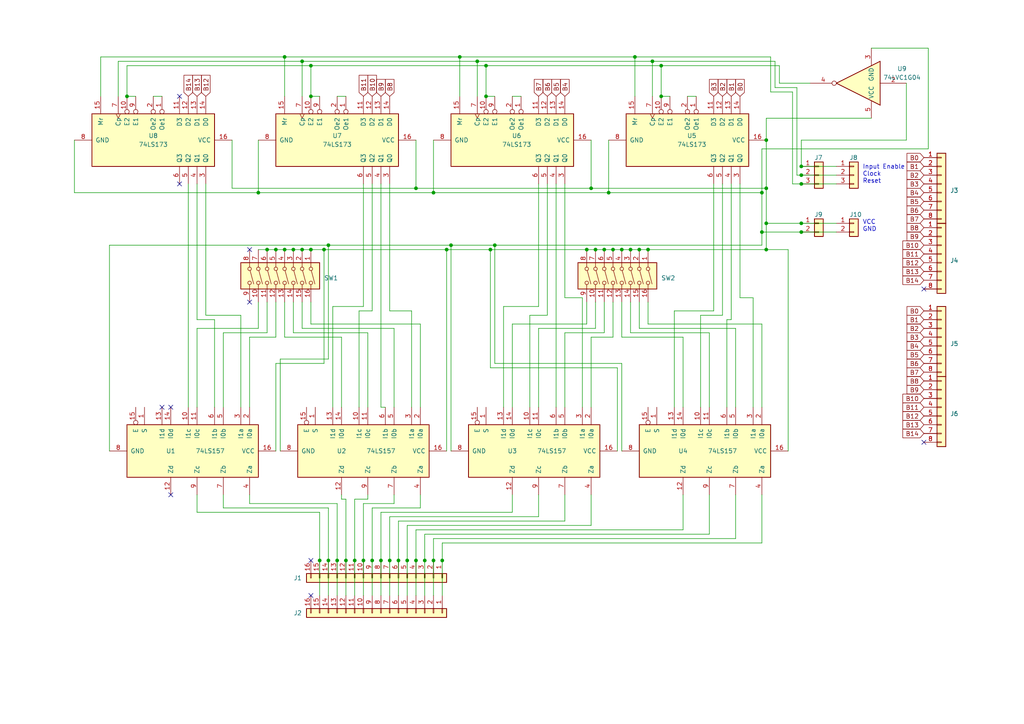
<source format=kicad_sch>
(kicad_sch (version 20230121) (generator eeschema)
  (paper "A4")
  (lib_symbols
    (symbol "74xGxx:74LVC1G04"
      (property "Reference" "U" (at 0 7.62 0))
      (property "Value" "74LVC1G04" (at 5.08 -7.62 0))
      (symbol "74LVC1G04_0_1"
        (polyline (pts (xy -7.62 6.35) (xy -7.62 -6.35) (xy 5.08 0) (xy -7.62 6.35)) (stroke (width 0.254)) (fill (type background)))
      )
      (symbol "74LVC1G04_1_1"
        (pin input line (at -15.24 0 0) (length 7.62) (name "~") (number "2"))
        (pin power_in line (at -5.08 -10.16 90) (length 5.08) (name "GND") (number "3"))
        (pin output inverted (at 12.7 0 180) (length 7.62) (name "~") (number "4"))
        (pin power_in line (at -5.08 10.16 270) (length 5.08) (name "VCC") (number "5"))
      )
    )
    (symbol "74xx:74LS157" (pin_names (offset 1.016))
      (property "Reference" "U" (at -7.62 19.05 0))
      (property "Value" "74LS157" (at -7.62 -21.59 0))
      (symbol "74LS157_1_0"
        (pin input line (at -12.7 -15.24 0) (length 5.08) (name "S") (number "1"))
        (pin input line (at -12.7 -2.54 0) (length 5.08) (name "I1c") (number "10"))
        (pin input line (at -12.7 0 0) (length 5.08) (name "I0c") (number "11"))
        (pin output line (at 12.7 -7.62 180) (length 5.08) (name "Zd") (number "12"))
        (pin input line (at -12.7 -10.16 0) (length 5.08) (name "I1d") (number "13"))
        (pin input line (at -12.7 -7.62 0) (length 5.08) (name "I0d") (number "14"))
        (pin input inverted (at -12.7 -17.78 0) (length 5.08) (name "E") (number "15"))
        (pin power_in line (at 0 22.86 270) (length 5.08) (name "VCC") (number "16"))
        (pin input line (at -12.7 15.24 0) (length 5.08) (name "I0a") (number "2"))
        (pin input line (at -12.7 12.7 0) (length 5.08) (name "I1a") (number "3"))
        (pin output line (at 12.7 15.24 180) (length 5.08) (name "Za") (number "4"))
        (pin input line (at -12.7 7.62 0) (length 5.08) (name "I0b") (number "5"))
        (pin input line (at -12.7 5.08 0) (length 5.08) (name "I1b") (number "6"))
        (pin output line (at 12.7 7.62 180) (length 5.08) (name "Zb") (number "7"))
        (pin power_in line (at 0 -25.4 90) (length 5.08) (name "GND") (number "8"))
        (pin output line (at 12.7 0 180) (length 5.08) (name "Zc") (number "9"))
      )
      (symbol "74LS157_1_1"
        (rectangle (start -7.62 17.78) (end 7.62 -20.32) (stroke (width 0.254)) (fill (type background)))
      )
    )
    (symbol "74xx:74LS173" (pin_names (offset 1.016))
      (property "Reference" "U" (at -7.62 19.05 0))
      (property "Value" "74LS173" (at -7.62 -19.05 0))
      (symbol "74LS173_1_0"
        (pin input inverted (at -12.7 2.54 0) (length 5.08) (name "Oe1") (number "1"))
        (pin input inverted (at -12.7 -7.62 0) (length 5.08) (name "E2") (number "10"))
        (pin input line (at -12.7 7.62 0) (length 5.08) (name "D3") (number "11"))
        (pin input line (at -12.7 10.16 0) (length 5.08) (name "D2") (number "12"))
        (pin input line (at -12.7 12.7 0) (length 5.08) (name "D1") (number "13"))
        (pin input line (at -12.7 15.24 0) (length 5.08) (name "D0") (number "14"))
        (pin input line (at -12.7 -15.24 0) (length 5.08) (name "Mr") (number "15"))
        (pin power_in line (at 0 22.86 270) (length 5.08) (name "VCC") (number "16"))
        (pin input inverted (at -12.7 0 0) (length 5.08) (name "Oe2") (number "2"))
        (pin tri_state line (at 12.7 15.24 180) (length 5.08) (name "Q0") (number "3"))
        (pin tri_state line (at 12.7 12.7 180) (length 5.08) (name "Q1") (number "4"))
        (pin tri_state line (at 12.7 10.16 180) (length 5.08) (name "Q2") (number "5"))
        (pin tri_state line (at 12.7 7.62 180) (length 5.08) (name "Q3") (number "6"))
        (pin input clock (at -12.7 -10.16 0) (length 5.08) (name "Cp") (number "7"))
        (pin power_in line (at 0 -22.86 90) (length 5.08) (name "GND") (number "8"))
        (pin input inverted (at -12.7 -5.08 0) (length 5.08) (name "E1") (number "9"))
      )
      (symbol "74LS173_1_1"
        (rectangle (start -7.62 17.78) (end 7.62 -17.78) (stroke (width 0.254)) (fill (type background)))
      )
    )
    (symbol "Connector_Generic:Conn_01x02" (pin_names (offset 1.016) hide)
      (property "Reference" "J" (at 0 2.54 0))
      (property "Value" "Conn_01x02" (at 0 -5.08 0))
      (symbol "Conn_01x02_1_1"
        (rectangle (start -1.27 -2.413) (end 0 -2.667) (stroke (width 0.1524)))
        (rectangle (start -1.27 0.127) (end 0 -0.127) (stroke (width 0.1524)))
        (rectangle (start -1.27 1.27) (end 1.27 -3.81) (stroke (width 0.254)) (fill (type background)))
        (pin passive line (at -5.08 0 0) (length 3.81) (name "Pin_1") (number "1"))
        (pin passive line (at -5.08 -2.54 0) (length 3.81) (name "Pin_2") (number "2"))
      )
    )
    (symbol "Connector_Generic:Conn_01x03" (pin_names (offset 1.016) hide)
      (property "Reference" "J" (at 0 5.08 0))
      (property "Value" "Conn_01x03" (at 0 -5.08 0))
      (symbol "Conn_01x03_1_1"
        (rectangle (start -1.27 -2.413) (end 0 -2.667) (stroke (width 0.1524)))
        (rectangle (start -1.27 0.127) (end 0 -0.127) (stroke (width 0.1524)))
        (rectangle (start -1.27 2.667) (end 0 2.413) (stroke (width 0.1524)))
        (rectangle (start -1.27 3.81) (end 1.27 -3.81) (stroke (width 0.254)) (fill (type background)))
        (pin passive line (at -5.08 2.54 0) (length 3.81) (name "Pin_1") (number "1"))
        (pin passive line (at -5.08 0 0) (length 3.81) (name "Pin_2") (number "2"))
        (pin passive line (at -5.08 -2.54 0) (length 3.81) (name "Pin_3") (number "3"))
      )
    )
    (symbol "Connector_Generic:Conn_01x08" (pin_names (offset 1.016) hide)
      (property "Reference" "J" (at 0 10.16 0))
      (property "Value" "Conn_01x08" (at 0 -12.7 0))
      (symbol "Conn_01x08_1_1"
        (rectangle (start -1.27 -10.033) (end 0 -10.287) (stroke (width 0.1524)))
        (rectangle (start -1.27 -7.493) (end 0 -7.747) (stroke (width 0.1524)))
        (rectangle (start -1.27 -4.953) (end 0 -5.207) (stroke (width 0.1524)))
        (rectangle (start -1.27 -2.413) (end 0 -2.667) (stroke (width 0.1524)))
        (rectangle (start -1.27 0.127) (end 0 -0.127) (stroke (width 0.1524)))
        (rectangle (start -1.27 2.667) (end 0 2.413) (stroke (width 0.1524)))
        (rectangle (start -1.27 5.207) (end 0 4.953) (stroke (width 0.1524)))
        (rectangle (start -1.27 7.747) (end 0 7.493) (stroke (width 0.1524)))
        (rectangle (start -1.27 8.89) (end 1.27 -11.43) (stroke (width 0.254)) (fill (type background)))
        (pin passive line (at -5.08 7.62 0) (length 3.81) (name "Pin_1") (number "1"))
        (pin passive line (at -5.08 5.08 0) (length 3.81) (name "Pin_2") (number "2"))
        (pin passive line (at -5.08 2.54 0) (length 3.81) (name "Pin_3") (number "3"))
        (pin passive line (at -5.08 0 0) (length 3.81) (name "Pin_4") (number "4"))
        (pin passive line (at -5.08 -2.54 0) (length 3.81) (name "Pin_5") (number "5"))
        (pin passive line (at -5.08 -5.08 0) (length 3.81) (name "Pin_6") (number "6"))
        (pin passive line (at -5.08 -7.62 0) (length 3.81) (name "Pin_7") (number "7"))
        (pin passive line (at -5.08 -10.16 0) (length 3.81) (name "Pin_8") (number "8"))
      )
    )
    (symbol "Connector_Generic:Conn_01x16" (pin_names (offset 1.016) hide)
      (property "Reference" "J" (at 0 20.32 0))
      (property "Value" "Conn_01x16" (at 0 -22.86 0))
      (symbol "Conn_01x16_1_1"
        (rectangle (start -1.27 -20.193) (end 0 -20.447) (stroke (width 0.1524)))
        (rectangle (start -1.27 -17.653) (end 0 -17.907) (stroke (width 0.1524)))
        (rectangle (start -1.27 -15.113) (end 0 -15.367) (stroke (width 0.1524)))
        (rectangle (start -1.27 -12.573) (end 0 -12.827) (stroke (width 0.1524)))
        (rectangle (start -1.27 -10.033) (end 0 -10.287) (stroke (width 0.1524)))
        (rectangle (start -1.27 -7.493) (end 0 -7.747) (stroke (width 0.1524)))
        (rectangle (start -1.27 -4.953) (end 0 -5.207) (stroke (width 0.1524)))
        (rectangle (start -1.27 -2.413) (end 0 -2.667) (stroke (width 0.1524)))
        (rectangle (start -1.27 0.127) (end 0 -0.127) (stroke (width 0.1524)))
        (rectangle (start -1.27 2.667) (end 0 2.413) (stroke (width 0.1524)))
        (rectangle (start -1.27 5.207) (end 0 4.953) (stroke (width 0.1524)))
        (rectangle (start -1.27 7.747) (end 0 7.493) (stroke (width 0.1524)))
        (rectangle (start -1.27 10.287) (end 0 10.033) (stroke (width 0.1524)))
        (rectangle (start -1.27 12.827) (end 0 12.573) (stroke (width 0.1524)))
        (rectangle (start -1.27 15.367) (end 0 15.113) (stroke (width 0.1524)))
        (rectangle (start -1.27 17.907) (end 0 17.653) (stroke (width 0.1524)))
        (rectangle (start -1.27 19.05) (end 1.27 -21.59) (stroke (width 0.254)) (fill (type background)))
        (pin passive line (at -5.08 17.78 0) (length 3.81) (name "Pin_1") (number "1"))
        (pin passive line (at -5.08 -5.08 0) (length 3.81) (name "Pin_10") (number "10"))
        (pin passive line (at -5.08 -7.62 0) (length 3.81) (name "Pin_11") (number "11"))
        (pin passive line (at -5.08 -10.16 0) (length 3.81) (name "Pin_12") (number "12"))
        (pin passive line (at -5.08 -12.7 0) (length 3.81) (name "Pin_13") (number "13"))
        (pin passive line (at -5.08 -15.24 0) (length 3.81) (name "Pin_14") (number "14"))
        (pin passive line (at -5.08 -17.78 0) (length 3.81) (name "Pin_15") (number "15"))
        (pin passive line (at -5.08 -20.32 0) (length 3.81) (name "Pin_16") (number "16"))
        (pin passive line (at -5.08 15.24 0) (length 3.81) (name "Pin_2") (number "2"))
        (pin passive line (at -5.08 12.7 0) (length 3.81) (name "Pin_3") (number "3"))
        (pin passive line (at -5.08 10.16 0) (length 3.81) (name "Pin_4") (number "4"))
        (pin passive line (at -5.08 7.62 0) (length 3.81) (name "Pin_5") (number "5"))
        (pin passive line (at -5.08 5.08 0) (length 3.81) (name "Pin_6") (number "6"))
        (pin passive line (at -5.08 2.54 0) (length 3.81) (name "Pin_7") (number "7"))
        (pin passive line (at -5.08 0 0) (length 3.81) (name "Pin_8") (number "8"))
        (pin passive line (at -5.08 -2.54 0) (length 3.81) (name "Pin_9") (number "9"))
      )
    )
    (symbol "Switch:SW_DIP_x08" (pin_names (offset 0) hide)
      (property "Reference" "SW" (at 0 13.97 0))
      (property "Value" "SW_DIP_x08" (at 0 -11.43 0))
      (symbol "SW_DIP_x08_0_0"
        (circle (center -2.032 -7.62) (radius 0.508))
        (circle (center -2.032 -5.08) (radius 0.508))
        (circle (center -2.032 -2.54) (radius 0.508))
        (circle (center -2.032 0) (radius 0.508))
        (circle (center -2.032 2.54) (radius 0.508))
        (circle (center -2.032 5.08) (radius 0.508))
        (circle (center -2.032 7.62) (radius 0.508))
        (circle (center -2.032 10.16) (radius 0.508))
        (polyline (pts (xy -1.524 -7.4676) (xy 2.3622 -6.4262)))
        (polyline (pts (xy -1.524 -4.9276) (xy 2.3622 -3.8862)))
        (polyline (pts (xy -1.524 -2.3876) (xy 2.3622 -1.3462)))
        (polyline (pts (xy -1.524 0.127) (xy 2.3622 1.1684)))
        (polyline (pts (xy -1.524 2.667) (xy 2.3622 3.7084)))
        (polyline (pts (xy -1.524 5.207) (xy 2.3622 6.2484)))
        (polyline (pts (xy -1.524 7.747) (xy 2.3622 8.7884)))
        (polyline (pts (xy -1.524 10.287) (xy 2.3622 11.3284)))
        (circle (center 2.032 -7.62) (radius 0.508))
        (circle (center 2.032 -5.08) (radius 0.508))
        (circle (center 2.032 -2.54) (radius 0.508))
        (circle (center 2.032 0) (radius 0.508))
        (circle (center 2.032 2.54) (radius 0.508))
        (circle (center 2.032 5.08) (radius 0.508))
        (circle (center 2.032 7.62) (radius 0.508))
        (circle (center 2.032 10.16) (radius 0.508))
      )
      (symbol "SW_DIP_x08_0_1"
        (rectangle (start -3.81 12.7) (end 3.81 -10.16) (stroke (width 0.254)) (fill (type background)))
      )
      (symbol "SW_DIP_x08_1_1"
        (pin passive line (at -7.62 10.16 0) (length 5.08) (name "~") (number "1"))
        (pin passive line (at 7.62 -5.08 180) (length 5.08) (name "~") (number "10"))
        (pin passive line (at 7.62 -2.54 180) (length 5.08) (name "~") (number "11"))
        (pin passive line (at 7.62 0 180) (length 5.08) (name "~") (number "12"))
        (pin passive line (at 7.62 2.54 180) (length 5.08) (name "~") (number "13"))
        (pin passive line (at 7.62 5.08 180) (length 5.08) (name "~") (number "14"))
        (pin passive line (at 7.62 7.62 180) (length 5.08) (name "~") (number "15"))
        (pin passive line (at 7.62 10.16 180) (length 5.08) (name "~") (number "16"))
        (pin passive line (at -7.62 7.62 0) (length 5.08) (name "~") (number "2"))
        (pin passive line (at -7.62 5.08 0) (length 5.08) (name "~") (number "3"))
        (pin passive line (at -7.62 2.54 0) (length 5.08) (name "~") (number "4"))
        (pin passive line (at -7.62 0 0) (length 5.08) (name "~") (number "5"))
        (pin passive line (at -7.62 -2.54 0) (length 5.08) (name "~") (number "6"))
        (pin passive line (at -7.62 -5.08 0) (length 5.08) (name "~") (number "7"))
        (pin passive line (at -7.62 -7.62 0) (length 5.08) (name "~") (number "8"))
        (pin passive line (at 7.62 -7.62 180) (length 5.08) (name "~") (number "9"))
      )
    )
  )
  (junction (at 95.25 71.12))
  (junction (at 140.97 19.05))
  (junction (at 184.15 16.51))
  (junction (at 220.98 67.31))
  (junction (at 170.18 72.39))
  (junction (at 102.87 162.56))
  (junction (at 90.17 27.94))
  (junction (at 90.17 72.39))
  (junction (at 140.97 27.94))
  (junction (at 175.26 72.39))
  (junction (at 90.17 19.05))
  (junction (at 222.25 72.39))
  (junction (at 123.19 162.56))
  (junction (at 80.01 72.39))
  (junction (at 232.41 64.77))
  (junction (at 87.63 17.78))
  (junction (at 191.77 27.94))
  (junction (at 85.09 72.39))
  (junction (at 77.47 72.39))
  (junction (at 222.25 64.77))
  (junction (at 138.43 17.78))
  (junction (at 120.65 54.61))
  (junction (at 176.53 55.88))
  (junction (at 110.49 162.56))
  (junction (at 74.93 55.88))
  (junction (at 93.98 72.39))
  (junction (at 171.45 54.61))
  (junction (at 232.41 53.34))
  (junction (at 113.03 162.56))
  (junction (at 133.35 16.51))
  (junction (at 100.33 162.56))
  (junction (at 36.83 27.94))
  (junction (at 177.8 72.39))
  (junction (at 232.41 67.31))
  (junction (at 107.95 162.56))
  (junction (at 120.65 162.56))
  (junction (at 87.63 72.39))
  (junction (at 95.25 162.56))
  (junction (at 92.71 162.56))
  (junction (at 222.25 40.64))
  (junction (at 125.73 55.88))
  (junction (at 105.41 162.56))
  (junction (at 189.23 17.78))
  (junction (at 220.98 55.88))
  (junction (at 129.54 72.39))
  (junction (at 232.41 50.8))
  (junction (at 232.41 48.26))
  (junction (at 185.42 72.39))
  (junction (at 172.72 72.39))
  (junction (at 115.57 162.56))
  (junction (at 97.79 162.56))
  (junction (at 191.77 19.05))
  (junction (at 187.96 72.39))
  (junction (at 180.34 72.39))
  (junction (at 82.55 16.51))
  (junction (at 142.24 72.39))
  (junction (at 130.81 71.12))
  (junction (at 125.73 162.56))
  (junction (at 182.88 72.39))
  (junction (at 222.25 54.61))
  (junction (at 118.11 162.56))
  (junction (at 128.27 162.56))
  (junction (at 143.51 71.12))
  (junction (at 82.55 72.39))
  (no_connect (at 52.07 53.34))
  (no_connect (at 90.17 162.56))
  (no_connect (at 49.53 143.51))
  (no_connect (at 72.39 87.63))
  (no_connect (at 267.97 128.27))
  (no_connect (at 72.39 72.39))
  (no_connect (at 46.99 118.11))
  (no_connect (at 267.97 83.82))
  (no_connect (at 90.17 172.72))
  (no_connect (at 52.07 27.94))
  (no_connect (at 49.53 118.11))
  (wire (pts (xy 140.97 27.94) (xy 140.97 19.05)))
  (wire (pts (xy 107.95 162.56) (xy 107.95 147.32)))
  (wire (pts (xy 198.12 153.67) (xy 120.65 153.67)))
  (wire (pts (xy 90.17 72.39) (xy 93.98 72.39)))
  (wire (pts (xy 213.36 156.21) (xy 125.73 156.21)))
  (wire (pts (xy 138.43 17.78) (xy 138.43 27.94)))
  (wire (pts (xy 269.24 13.97) (xy 269.24 43.18)))
  (wire (pts (xy 148.59 93.98) (xy 148.59 118.11)))
  (wire (pts (xy 214.63 86.36) (xy 218.44 86.36)))
  (wire (pts (xy 57.15 92.71) (xy 57.15 53.34)))
  (wire (pts (xy 59.69 53.34) (xy 59.69 91.44)))
  (wire (pts (xy 171.45 118.11) (xy 171.45 97.79)))
  (wire (pts (xy 125.73 55.88) (xy 176.53 55.88)))
  (wire (pts (xy 252.73 13.97) (xy 269.24 13.97)))
  (wire (pts (xy 34.29 17.78) (xy 87.63 17.78)))
  (wire (pts (xy 209.55 53.34) (xy 209.55 91.44)))
  (wire (pts (xy 171.45 40.64) (xy 171.45 54.61)))
  (wire (pts (xy 72.39 97.79) (xy 80.01 97.79)))
  (wire (pts (xy 184.15 16.51) (xy 184.15 27.94)))
  (wire (pts (xy 118.11 162.56) (xy 118.11 152.4)))
  (wire (pts (xy 114.3 118.11) (xy 114.3 95.25)))
  (wire (pts (xy 185.42 72.39) (xy 187.96 72.39)))
  (wire (pts (xy 187.96 93.98) (xy 187.96 87.63)))
  (wire (pts (xy 72.39 146.05) (xy 72.39 143.51)))
  (wire (pts (xy 222.25 54.61) (xy 222.25 64.77)))
  (wire (pts (xy 156.21 118.11) (xy 156.21 95.25)))
  (wire (pts (xy 67.31 54.61) (xy 120.65 54.61)))
  (wire (pts (xy 92.71 27.94) (xy 90.17 27.94)))
  (wire (pts (xy 81.28 130.81) (xy 81.28 104.14)))
  (wire (pts (xy 194.31 27.94) (xy 191.77 27.94)))
  (wire (pts (xy 220.98 43.18) (xy 220.98 55.88)))
  (wire (pts (xy 34.29 27.94) (xy 34.29 17.78)))
  (wire (pts (xy 106.68 96.52) (xy 85.09 96.52)))
  (wire (pts (xy 163.83 151.13) (xy 115.57 151.13)))
  (wire (pts (xy 29.21 16.51) (xy 82.55 16.51)))
  (wire (pts (xy 185.42 95.25) (xy 185.42 87.63)))
  (wire (pts (xy 171.45 97.79) (xy 177.8 97.79)))
  (wire (pts (xy 102.87 172.72) (xy 102.87 162.56)))
  (wire (pts (xy 97.79 172.72) (xy 97.79 162.56)))
  (wire (pts (xy 93.98 72.39) (xy 93.98 105.41)))
  (wire (pts (xy 213.36 95.25) (xy 185.42 95.25)))
  (wire (pts (xy 105.41 172.72) (xy 105.41 162.56)))
  (wire (pts (xy 232.41 67.31) (xy 242.57 67.31)))
  (wire (pts (xy 156.21 95.25) (xy 172.72 95.25)))
  (wire (pts (xy 191.77 19.05) (xy 140.97 19.05)))
  (wire (pts (xy 120.65 40.64) (xy 120.65 54.61)))
  (wire (pts (xy 212.09 53.34) (xy 212.09 92.71)))
  (wire (pts (xy 142.24 72.39) (xy 142.24 106.68)))
  (wire (pts (xy 156.21 88.9) (xy 156.21 53.34)))
  (wire (pts (xy 191.77 27.94) (xy 191.77 19.05)))
  (wire (pts (xy 142.24 72.39) (xy 170.18 72.39)))
  (wire (pts (xy 175.26 96.52) (xy 175.26 87.63)))
  (wire (pts (xy 232.41 53.34) (xy 242.57 53.34)))
  (wire (pts (xy 64.77 147.32) (xy 64.77 143.51)))
  (wire (pts (xy 205.74 154.94) (xy 205.74 143.51)))
  (wire (pts (xy 179.07 106.68) (xy 142.24 106.68)))
  (wire (pts (xy 120.65 162.56) (xy 120.65 172.72)))
  (wire (pts (xy 172.72 72.39) (xy 175.26 72.39)))
  (wire (pts (xy 229.87 26.67) (xy 229.87 53.34)))
  (wire (pts (xy 176.53 40.64) (xy 176.53 55.88)))
  (wire (pts (xy 93.98 72.39) (xy 129.54 72.39)))
  (wire (pts (xy 92.71 162.56) (xy 92.71 148.59)))
  (wire (pts (xy 110.49 162.56) (xy 110.49 172.72)))
  (wire (pts (xy 85.09 96.52) (xy 85.09 87.63)))
  (wire (pts (xy 90.17 93.98) (xy 90.17 87.63)))
  (wire (pts (xy 220.98 157.48) (xy 220.98 143.51)))
  (wire (pts (xy 114.3 95.25) (xy 87.63 95.25)))
  (wire (pts (xy 95.25 172.72) (xy 95.25 162.56)))
  (wire (pts (xy 148.59 27.94) (xy 151.13 27.94)))
  (wire (pts (xy 95.25 71.12) (xy 130.81 71.12)))
  (wire (pts (xy 115.57 151.13) (xy 115.57 162.56)))
  (wire (pts (xy 92.71 148.59) (xy 57.15 148.59)))
  (wire (pts (xy 97.79 27.94) (xy 100.33 27.94)))
  (wire (pts (xy 153.67 91.44) (xy 153.67 118.11)))
  (wire (pts (xy 220.98 71.12) (xy 220.98 67.31)))
  (wire (pts (xy 74.93 55.88) (xy 125.73 55.88)))
  (wire (pts (xy 148.59 148.59) (xy 110.49 148.59)))
  (wire (pts (xy 146.05 88.9) (xy 156.21 88.9)))
  (wire (pts (xy 100.33 144.78) (xy 99.06 144.78)))
  (wire (pts (xy 87.63 17.78) (xy 138.43 17.78)))
  (wire (pts (xy 180.34 72.39) (xy 182.88 72.39)))
  (wire (pts (xy 82.55 16.51) (xy 82.55 27.94)))
  (wire (pts (xy 161.29 53.34) (xy 161.29 118.11)))
  (wire (pts (xy 119.38 118.11) (xy 119.38 90.17)))
  (wire (pts (xy 44.45 27.94) (xy 46.99 27.94)))
  (wire (pts (xy 180.34 97.79) (xy 180.34 87.63)))
  (wire (pts (xy 107.95 147.32) (xy 121.92 147.32)))
  (wire (pts (xy 222.25 64.77) (xy 232.41 64.77)))
  (wire (pts (xy 57.15 118.11) (xy 57.15 95.25)))
  (wire (pts (xy 214.63 53.34) (xy 214.63 86.36)))
  (wire (pts (xy 128.27 172.72) (xy 128.27 162.56)))
  (wire (pts (xy 114.3 146.05) (xy 114.3 143.51)))
  (wire (pts (xy 223.52 16.51) (xy 223.52 26.67)))
  (wire (pts (xy 231.14 50.8) (xy 232.41 50.8)))
  (wire (pts (xy 123.19 154.94) (xy 205.74 154.94)))
  (wire (pts (xy 107.95 162.56) (xy 107.95 172.72)))
  (wire (pts (xy 182.88 72.39) (xy 185.42 72.39)))
  (wire (pts (xy 105.41 162.56) (xy 105.41 146.05)))
  (wire (pts (xy 120.65 153.67) (xy 120.65 162.56)))
  (wire (pts (xy 222.25 34.29) (xy 222.25 40.64)))
  (wire (pts (xy 64.77 118.11) (xy 64.77 96.52)))
  (wire (pts (xy 213.36 118.11) (xy 213.36 95.25)))
  (wire (pts (xy 85.09 72.39) (xy 87.63 72.39)))
  (wire (pts (xy 67.31 40.64) (xy 67.31 54.61)))
  (wire (pts (xy 96.52 88.9) (xy 105.41 88.9)))
  (wire (pts (xy 210.82 92.71) (xy 210.82 118.11)))
  (wire (pts (xy 105.41 146.05) (xy 114.3 146.05)))
  (wire (pts (xy 172.72 95.25) (xy 172.72 87.63)))
  (wire (pts (xy 81.28 104.14) (xy 95.25 104.14)))
  (wire (pts (xy 224.79 17.78) (xy 224.79 25.4)))
  (wire (pts (xy 205.74 96.52) (xy 182.88 96.52)))
  (wire (pts (xy 222.25 72.39) (xy 222.25 64.77)))
  (wire (pts (xy 121.92 118.11) (xy 121.92 93.98)))
  (wire (pts (xy 232.41 48.26) (xy 242.57 48.26)))
  (wire (pts (xy 177.8 72.39) (xy 180.34 72.39)))
  (wire (pts (xy 228.6 130.81) (xy 228.6 72.39)))
  (wire (pts (xy 146.05 118.11) (xy 146.05 88.9)))
  (wire (pts (xy 90.17 27.94) (xy 90.17 19.05)))
  (wire (pts (xy 128.27 157.48) (xy 220.98 157.48)))
  (wire (pts (xy 232.41 40.64) (xy 232.41 48.26)))
  (wire (pts (xy 262.89 40.64) (xy 232.41 40.64)))
  (wire (pts (xy 213.36 143.51) (xy 213.36 156.21)))
  (wire (pts (xy 163.83 118.11) (xy 163.83 96.52)))
  (wire (pts (xy 163.83 96.52) (xy 175.26 96.52)))
  (wire (pts (xy 99.06 118.11) (xy 99.06 97.79)))
  (wire (pts (xy 110.49 148.59) (xy 110.49 162.56)))
  (wire (pts (xy 99.06 144.78) (xy 99.06 143.51)))
  (wire (pts (xy 90.17 19.05) (xy 36.83 19.05)))
  (wire (pts (xy 87.63 95.25) (xy 87.63 87.63)))
  (wire (pts (xy 80.01 130.81) (xy 80.01 105.41)))
  (wire (pts (xy 148.59 93.98) (xy 170.18 93.98)))
  (wire (pts (xy 62.23 92.71) (xy 57.15 92.71)))
  (wire (pts (xy 54.61 53.34) (xy 54.61 118.11)))
  (wire (pts (xy 232.41 64.77) (xy 242.57 64.77)))
  (wire (pts (xy 176.53 55.88) (xy 220.98 55.88)))
  (wire (pts (xy 62.23 118.11) (xy 62.23 92.71)))
  (wire (pts (xy 163.83 86.36) (xy 163.83 53.34)))
  (wire (pts (xy 223.52 26.67) (xy 229.87 26.67)))
  (wire (pts (xy 57.15 148.59) (xy 57.15 143.51)))
  (wire (pts (xy 187.96 72.39) (xy 222.25 72.39)))
  (wire (pts (xy 74.93 40.64) (xy 74.93 55.88)))
  (wire (pts (xy 170.18 72.39) (xy 172.72 72.39)))
  (wire (pts (xy 82.55 72.39) (xy 85.09 72.39)))
  (wire (pts (xy 189.23 17.78) (xy 224.79 17.78)))
  (wire (pts (xy 170.18 87.63) (xy 170.18 93.98)))
  (wire (pts (xy 143.51 27.94) (xy 140.97 27.94)))
  (wire (pts (xy 96.52 118.11) (xy 96.52 88.9)))
  (wire (pts (xy 36.83 27.94) (xy 39.37 27.94)))
  (wire (pts (xy 110.49 53.34) (xy 110.49 118.11)))
  (wire (pts (xy 72.39 118.11) (xy 72.39 97.79)))
  (wire (pts (xy 226.06 24.13) (xy 234.95 24.13)))
  (wire (pts (xy 74.93 87.63) (xy 74.93 95.25)))
  (wire (pts (xy 130.81 71.12) (xy 130.81 130.81)))
  (wire (pts (xy 199.39 27.94) (xy 201.93 27.94)))
  (wire (pts (xy 220.98 43.18) (xy 269.24 43.18)))
  (wire (pts (xy 207.01 90.17) (xy 207.01 53.34)))
  (wire (pts (xy 80.01 72.39) (xy 82.55 72.39)))
  (wire (pts (xy 184.15 16.51) (xy 223.52 16.51)))
  (wire (pts (xy 80.01 97.79) (xy 80.01 87.63)))
  (wire (pts (xy 118.11 152.4) (xy 171.45 152.4)))
  (wire (pts (xy 143.51 105.41) (xy 143.51 71.12)))
  (wire (pts (xy 220.98 93.98) (xy 187.96 93.98)))
  (wire (pts (xy 100.33 172.72) (xy 100.33 162.56)))
  (wire (pts (xy 125.73 156.21) (xy 125.73 162.56)))
  (wire (pts (xy 104.14 118.11) (xy 104.14 90.17)))
  (wire (pts (xy 231.14 25.4) (xy 231.14 50.8)))
  (wire (pts (xy 123.19 172.72) (xy 123.19 162.56)))
  (wire (pts (xy 95.25 147.32) (xy 64.77 147.32)))
  (wire (pts (xy 224.79 25.4) (xy 231.14 25.4)))
  (wire (pts (xy 31.75 130.81) (xy 31.75 71.12)))
  (wire (pts (xy 212.09 92.71) (xy 210.82 92.71)))
  (wire (pts (xy 133.35 16.51) (xy 184.15 16.51)))
  (wire (pts (xy 36.83 19.05) (xy 36.83 27.94)))
  (wire (pts (xy 74.93 72.39) (xy 77.47 72.39)))
  (wire (pts (xy 220.98 118.11) (xy 220.98 93.98)))
  (wire (pts (xy 175.26 72.39) (xy 177.8 72.39)))
  (wire (pts (xy 262.89 24.13) (xy 262.89 40.64)))
  (wire (pts (xy 113.03 53.34) (xy 113.03 90.17)))
  (wire (pts (xy 180.34 130.81) (xy 180.34 105.41)))
  (wire (pts (xy 113.03 172.72) (xy 113.03 162.56)))
  (wire (pts (xy 77.47 96.52) (xy 77.47 87.63)))
  (wire (pts (xy 92.71 172.72) (xy 92.71 162.56)))
  (wire (pts (xy 138.43 17.78) (xy 189.23 17.78)))
  (wire (pts (xy 97.79 162.56) (xy 97.79 146.05)))
  (wire (pts (xy 107.95 90.17) (xy 107.95 53.34)))
  (wire (pts (xy 110.49 118.11) (xy 111.76 118.11)))
  (wire (pts (xy 252.73 34.29) (xy 222.25 34.29)))
  (wire (pts (xy 95.25 104.14) (xy 95.25 71.12)))
  (wire (pts (xy 209.55 91.44) (xy 203.2 91.44)))
  (wire (pts (xy 82.55 16.51) (xy 133.35 16.51)))
  (wire (pts (xy 129.54 72.39) (xy 129.54 130.81)))
  (wire (pts (xy 125.73 162.56) (xy 125.73 172.72)))
  (wire (pts (xy 102.87 144.78) (xy 106.68 144.78)))
  (wire (pts (xy 143.51 71.12) (xy 220.98 71.12)))
  (wire (pts (xy 195.58 118.11) (xy 195.58 90.17)))
  (wire (pts (xy 171.45 54.61) (xy 222.25 54.61)))
  (wire (pts (xy 64.77 96.52) (xy 77.47 96.52)))
  (wire (pts (xy 203.2 91.44) (xy 203.2 118.11)))
  (wire (pts (xy 205.74 118.11) (xy 205.74 96.52)))
  (wire (pts (xy 106.68 144.78) (xy 106.68 143.51)))
  (wire (pts (xy 29.21 27.94) (xy 29.21 16.51)))
  (wire (pts (xy 125.73 40.64) (xy 125.73 55.88)))
  (wire (pts (xy 229.87 53.34) (xy 232.41 53.34)))
  (wire (pts (xy 105.41 88.9) (xy 105.41 53.34)))
  (wire (pts (xy 189.23 17.78) (xy 189.23 27.94)))
  (wire (pts (xy 102.87 162.56) (xy 102.87 144.78)))
  (wire (pts (xy 87.63 72.39) (xy 90.17 72.39)))
  (wire (pts (xy 82.55 97.79) (xy 82.55 87.63)))
  (wire (pts (xy 95.25 162.56) (xy 95.25 147.32)))
  (wire (pts (xy 59.69 91.44) (xy 69.85 91.44)))
  (wire (pts (xy 195.58 90.17) (xy 207.01 90.17)))
  (wire (pts (xy 118.11 162.56) (xy 118.11 172.72)))
  (wire (pts (xy 119.38 90.17) (xy 113.03 90.17)))
  (wire (pts (xy 180.34 105.41) (xy 143.51 105.41)))
  (wire (pts (xy 99.06 97.79) (xy 82.55 97.79)))
  (wire (pts (xy 171.45 152.4) (xy 171.45 143.51)))
  (wire (pts (xy 123.19 162.56) (xy 123.19 154.94)))
  (wire (pts (xy 100.33 162.56) (xy 100.33 144.78)))
  (wire (pts (xy 220.98 55.88) (xy 220.98 67.31)))
  (wire (pts (xy 97.79 146.05) (xy 72.39 146.05)))
  (wire (pts (xy 148.59 143.51) (xy 148.59 148.59)))
  (wire (pts (xy 133.35 16.51) (xy 133.35 27.94)))
  (wire (pts (xy 177.8 97.79) (xy 177.8 87.63)))
  (wire (pts (xy 198.12 118.11) (xy 198.12 97.79)))
  (wire (pts (xy 69.85 91.44) (xy 69.85 118.11)))
  (wire (pts (xy 104.14 90.17) (xy 107.95 90.17)))
  (wire (pts (xy 168.91 86.36) (xy 163.83 86.36)))
  (wire (pts (xy 128.27 162.56) (xy 128.27 157.48)))
  (wire (pts (xy 232.41 50.8) (xy 242.57 50.8)))
  (wire (pts (xy 120.65 54.61) (xy 171.45 54.61)))
  (wire (pts (xy 228.6 72.39) (xy 222.25 72.39)))
  (wire (pts (xy 158.75 91.44) (xy 153.67 91.44)))
  (wire (pts (xy 226.06 19.05) (xy 191.77 19.05)))
  (wire (pts (xy 182.88 96.52) (xy 182.88 87.63)))
  (wire (pts (xy 106.68 118.11) (xy 106.68 96.52)))
  (wire (pts (xy 158.75 53.34) (xy 158.75 91.44)))
  (wire (pts (xy 113.03 149.86) (xy 156.21 149.86)))
  (wire (pts (xy 130.81 71.12) (xy 143.51 71.12)))
  (wire (pts (xy 218.44 86.36) (xy 218.44 118.11)))
  (wire (pts (xy 226.06 24.13) (xy 226.06 19.05)))
  (wire (pts (xy 21.59 40.64) (xy 21.59 55.88)))
  (wire (pts (xy 87.63 17.78) (xy 87.63 27.94)))
  (wire (pts (xy 121.92 147.32) (xy 121.92 143.51)))
  (wire (pts (xy 140.97 19.05) (xy 90.17 19.05)))
  (wire (pts (xy 220.98 67.31) (xy 232.41 67.31)))
  (wire (pts (xy 115.57 162.56) (xy 115.57 172.72)))
  (wire (pts (xy 121.92 93.98) (xy 90.17 93.98)))
  (wire (pts (xy 198.12 97.79) (xy 180.34 97.79)))
  (wire (pts (xy 80.01 105.41) (xy 93.98 105.41)))
  (wire (pts (xy 156.21 149.86) (xy 156.21 143.51)))
  (wire (pts (xy 163.83 143.51) (xy 163.83 151.13)))
  (wire (pts (xy 129.54 72.39) (xy 142.24 72.39)))
  (wire (pts (xy 222.25 40.64) (xy 222.25 54.61)))
  (wire (pts (xy 57.15 95.25) (xy 74.93 95.25)))
  (wire (pts (xy 179.07 130.81) (xy 179.07 106.68)))
  (wire (pts (xy 31.75 71.12) (xy 95.25 71.12)))
  (wire (pts (xy 198.12 143.51) (xy 198.12 153.67)))
  (wire (pts (xy 21.59 55.88) (xy 74.93 55.88)))
  (wire (pts (xy 113.03 162.56) (xy 113.03 149.86)))
  (wire (pts (xy 168.91 118.11) (xy 168.91 86.36)))
  (wire (pts (xy 77.47 72.39) (xy 80.01 72.39)))
  (text "VCC\nGND" (at 250.19 67.31 0) (effects (font (size 1.27 1.27)) (justify left bottom)))
  (text "Input Enable\nClock\nReset" (at 250.19 53.34 0) (effects (font (size 1.27 1.27)) (justify left bottom)))
  (global_label "B0" (shape input) (at 214.63 27.94 90) (property "Intersheetrefs" "${INTERSHEET_REFS}" (effects hide)))
  (global_label "B6" (shape input) (at 267.97 60.96 180) (property "Intersheetrefs" "${INTERSHEET_REFS}" (effects hide)))
  (global_label "B11" (shape input) (at 267.97 73.66 180) (property "Intersheetrefs" "${INTERSHEET_REFS}" (effects hide)))
  (global_label "B9" (shape input) (at 267.97 68.58 180) (property "Intersheetrefs" "${INTERSHEET_REFS}" (effects hide)))
  (global_label "B6" (shape input) (at 158.75 27.94 90) (property "Intersheetrefs" "${INTERSHEET_REFS}" (effects hide)))
  (global_label "B8" (shape input) (at 113.03 27.94 90) (property "Intersheetrefs" "${INTERSHEET_REFS}" (effects hide)))
  (global_label "B2" (shape input) (at 267.97 50.8 180) (property "Intersheetrefs" "${INTERSHEET_REFS}" (effects hide)))
  (global_label "B10" (shape input) (at 107.95 27.94 90) (property "Intersheetrefs" "${INTERSHEET_REFS}" (effects hide)))
  (global_label "B13" (shape input) (at 267.97 123.19 180) (property "Intersheetrefs" "${INTERSHEET_REFS}" (effects hide)))
  (global_label "B12" (shape input) (at 267.97 120.65 180) (property "Intersheetrefs" "${INTERSHEET_REFS}" (effects hide)))
  (global_label "B13" (shape input) (at 57.15 27.94 90) (property "Intersheetrefs" "${INTERSHEET_REFS}" (effects hide)))
  (global_label "B7" (shape input) (at 267.97 63.5 180) (property "Intersheetrefs" "${INTERSHEET_REFS}" (effects hide)))
  (global_label "B3" (shape input) (at 267.97 97.79 180) (property "Intersheetrefs" "${INTERSHEET_REFS}" (effects hide)))
  (global_label "B12" (shape input) (at 267.97 76.2 180) (property "Intersheetrefs" "${INTERSHEET_REFS}" (effects hide)))
  (global_label "B13" (shape input) (at 267.97 78.74 180) (property "Intersheetrefs" "${INTERSHEET_REFS}" (effects hide)))
  (global_label "B4" (shape input) (at 267.97 100.33 180) (property "Intersheetrefs" "${INTERSHEET_REFS}" (effects hide)))
  (global_label "B14" (shape input) (at 54.61 27.94 90) (property "Intersheetrefs" "${INTERSHEET_REFS}" (effects hide)))
  (global_label "B0" (shape input) (at 267.97 90.17 180) (property "Intersheetrefs" "${INTERSHEET_REFS}" (effects hide)))
  (global_label "B8" (shape input) (at 267.97 110.49 180) (property "Intersheetrefs" "${INTERSHEET_REFS}" (effects hide)))
  (global_label "B4" (shape input) (at 267.97 55.88 180) (property "Intersheetrefs" "${INTERSHEET_REFS}" (effects hide)))
  (global_label "B10" (shape input) (at 267.97 115.57 180) (property "Intersheetrefs" "${INTERSHEET_REFS}" (effects hide)))
  (global_label "B2" (shape input) (at 267.97 95.25 180) (property "Intersheetrefs" "${INTERSHEET_REFS}" (effects hide)))
  (global_label "B14" (shape input) (at 267.97 81.28 180) (property "Intersheetrefs" "${INTERSHEET_REFS}" (effects hide)))
  (global_label "B11" (shape input) (at 267.97 118.11 180) (property "Intersheetrefs" "${INTERSHEET_REFS}" (effects hide)))
  (global_label "B12" (shape input) (at 59.69 27.94 90) (property "Intersheetrefs" "${INTERSHEET_REFS}" (effects hide)))
  (global_label "B3" (shape input) (at 207.01 27.94 90) (property "Intersheetrefs" "${INTERSHEET_REFS}" (effects hide)))
  (global_label "B9" (shape input) (at 110.49 27.94 90) (property "Intersheetrefs" "${INTERSHEET_REFS}" (effects hide)))
  (global_label "B10" (shape input) (at 267.97 71.12 180) (property "Intersheetrefs" "${INTERSHEET_REFS}" (effects hide)))
  (global_label "B5" (shape input) (at 267.97 102.87 180) (property "Intersheetrefs" "${INTERSHEET_REFS}" (effects hide)))
  (global_label "B1" (shape input) (at 267.97 92.71 180) (property "Intersheetrefs" "${INTERSHEET_REFS}" (effects hide)))
  (global_label "B0" (shape input) (at 267.97 45.72 180) (property "Intersheetrefs" "${INTERSHEET_REFS}" (effects hide)))
  (global_label "B9" (shape input) (at 267.97 113.03 180) (property "Intersheetrefs" "${INTERSHEET_REFS}" (effects hide)))
  (global_label "B3" (shape input) (at 267.97 53.34 180) (property "Intersheetrefs" "${INTERSHEET_REFS}" (effects hide)))
  (global_label "B11" (shape input) (at 105.41 27.94 90) (property "Intersheetrefs" "${INTERSHEET_REFS}" (effects hide)))
  (global_label "B7" (shape input) (at 267.97 107.95 180) (property "Intersheetrefs" "${INTERSHEET_REFS}" (effects hide)))
  (global_label "B4" (shape input) (at 163.83 27.94 90) (property "Intersheetrefs" "${INTERSHEET_REFS}" (effects hide)))
  (global_label "B6" (shape input) (at 267.97 105.41 180) (property "Intersheetrefs" "${INTERSHEET_REFS}" (effects hide)))
  (global_label "B2" (shape input) (at 209.55 27.94 90) (property "Intersheetrefs" "${INTERSHEET_REFS}" (effects hide)))
  (global_label "B5" (shape input) (at 161.29 27.94 90) (property "Intersheetrefs" "${INTERSHEET_REFS}" (effects hide)))
  (global_label "B14" (shape input) (at 267.97 125.73 180) (property "Intersheetrefs" "${INTERSHEET_REFS}" (effects hide)))
  (global_label "B5" (shape input) (at 267.97 58.42 180) (property "Intersheetrefs" "${INTERSHEET_REFS}" (effects hide)))
  (global_label "B1" (shape input) (at 212.09 27.94 90) (property "Intersheetrefs" "${INTERSHEET_REFS}" (effects hide)))
  (global_label "B7" (shape input) (at 156.21 27.94 90) (property "Intersheetrefs" "${INTERSHEET_REFS}" (effects hide)))
  (global_label "B8" (shape input) (at 267.97 66.04 180) (property "Intersheetrefs" "${INTERSHEET_REFS}" (effects hide)))
  (global_label "B1" (shape input) (at 267.97 48.26 180) (property "Intersheetrefs" "${INTERSHEET_REFS}" (effects hide)))
  (symbol (lib_id "Connector_Generic:Conn_01x08") (at 273.05 118.11 0) (unit 1)
    (property "Reference" "J6" (at 275.59 120.015 0) (effects (justify left)))
    (property "Value" "Conn_01x08" (effects hide))
  )
  (symbol (lib_id "74xx:74LS173") (at 44.45 40.64 270) (unit 1)
    (property "Reference" "U8" (at 44.45 39.37 90))
    (property "Value" "74LS173" (at 44.45 41.91 90))
    (property "Datasheet" "http://www.ti.com/lit/gpn/sn74LS173" (effects hide))
  )
  (symbol (lib_id "Connector_Generic:Conn_01x08") (at 273.05 73.66 0) (unit 1)
    (property "Reference" "J4" (at 275.59 75.565 0) (effects (justify left)))
    (property "Value" "Conn_01x08" (effects hide))
  )
  (symbol (lib_id "74xx:74LS157") (at 106.68 130.81 270) (unit 1)
    (property "Reference" "U2" (at 99.06 130.81 90))
    (property "Value" "74LS157" (at 110.49 130.81 90))
    (property "Datasheet" "http://www.ti.com/lit/gpn/sn74LS157" (effects hide))
  )
  (symbol (lib_id "Connector_Generic:Conn_01x03") (at 247.65 50.8 0) (unit 1)
    (property "Reference" "J8" (at 246.38 45.72 0) (effects (justify left)))
    (property "Value" "Conn_01x03" (effects hide))
  )
  (symbol (lib_id "Switch:SW_DIP_x08") (at 177.8 80.01 270) (unit 1)
    (property "Reference" "SW2" (at 191.77 80.645 90) (effects (justify left)))
    (property "Value" "SW_DIP_x08" (effects hide))
  )
  (symbol (lib_id "74xx:74LS157") (at 156.21 130.81 270) (unit 1)
    (property "Reference" "U3" (at 148.59 130.81 90))
    (property "Value" "74LS157" (at 160.02 130.81 90))
    (property "Datasheet" "http://www.ti.com/lit/gpn/sn74LS157" (effects hide))
  )
  (symbol (lib_id "Connector_Generic:Conn_01x16") (at 110.49 167.64 270) (unit 1)
    (property "Reference" "J1" (at 86.36 167.64 90))
    (property "Value" "Conn_01x16" (effects hide))
  )
  (symbol (lib_id "Connector_Generic:Conn_01x08") (at 273.05 97.79 0) (unit 1)
    (property "Reference" "J5" (at 275.59 99.695 0) (effects (justify left)))
    (property "Value" "Conn_01x08" (effects hide))
  )
  (symbol (lib_id "Connector_Generic:Conn_01x03") (at 237.49 50.8 0) (unit 1)
    (property "Reference" "J7" (at 236.22 45.72 0) (effects (justify left)))
    (property "Value" "Conn_01x03" (effects hide))
  )
  (symbol (lib_id "Connector_Generic:Conn_01x02") (at 247.65 64.77 0) (unit 1)
    (property "Reference" "J10" (at 246.38 62.23 0) (effects (justify left)))
    (property "Value" "Conn_01x02" (effects hide))
  )
  (symbol (lib_id "Connector_Generic:Conn_01x08") (at 273.05 53.34 0) (unit 1)
    (property "Reference" "J3" (at 275.59 55.245 0) (effects (justify left)))
    (property "Value" "Conn_01x08" (effects hide))
  )
  (symbol (lib_id "74xx:74LS173") (at 199.39 40.64 270) (unit 1)
    (property "Reference" "U5" (at 200.66 39.37 90))
    (property "Value" "74LS173" (at 200.66 41.91 90))
    (property "Datasheet" "http://www.ti.com/lit/gpn/sn74LS173" (effects hide))
  )
  (symbol (lib_id "Connector_Generic:Conn_01x16") (at 110.49 177.8 270) (unit 1)
    (property "Reference" "J2" (at 86.36 177.8 90))
    (property "Value" "Conn_01x16" (effects hide))
  )
  (symbol (lib_id "74xx:74LS173") (at 148.59 40.64 270) (unit 1)
    (property "Reference" "U6" (at 149.86 39.37 90))
    (property "Value" "74LS173" (at 149.86 41.91 90))
    (property "Datasheet" "http://www.ti.com/lit/gpn/sn74LS173" (effects hide))
  )
  (symbol (lib_id "74xx:74LS157") (at 205.74 130.81 270) (unit 1)
    (property "Reference" "U4" (at 198.12 130.81 90))
    (property "Value" "74LS157" (at 209.55 130.81 90))
    (property "Datasheet" "http://www.ti.com/lit/gpn/sn74LS157" (effects hide))
  )
  (symbol (lib_id "74xx:74LS157") (at 57.15 130.81 270) (unit 1)
    (property "Reference" "U1" (at 49.53 130.81 90))
    (property "Value" "74LS157" (at 60.96 130.81 90))
    (property "Datasheet" "http://www.ti.com/lit/gpn/sn74LS157" (effects hide))
  )
  (symbol (lib_id "74xGxx:74LVC1G04") (at 247.65 24.13 180) (unit 1)
    (property "Reference" "U9" (at 261.62 19.9389 0))
    (property "Value" "74LVC1G04" (at 261.62 22.4789 0))
    (property "Datasheet" "https://www.ti.com/lit/ds/symlink/sn74lvc1g04.pdf" (effects hide))
  )
  (symbol (lib_id "74xx:74LS173") (at 97.79 40.64 270) (unit 1)
    (property "Reference" "U7" (at 97.79 39.37 90))
    (property "Value" "74LS173" (at 97.79 41.91 90))
    (property "Datasheet" "http://www.ti.com/lit/gpn/sn74LS173" (effects hide))
  )
  (symbol (lib_id "Switch:SW_DIP_x08") (at 80.01 80.01 270) (unit 1)
    (property "Reference" "SW1" (at 93.98 80.645 90) (effects (justify left)))
    (property "Value" "SW_DIP_x08" (effects hide))
  )
  (symbol (lib_id "Connector_Generic:Conn_01x02") (at 237.49 64.77 0) (unit 1)
    (property "Reference" "J9" (at 236.22 62.23 0) (effects (justify left)))
    (property "Value" "Conn_01x02" (effects hide))
  )
)
</source>
